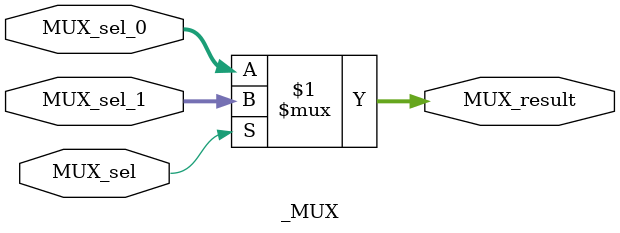
<source format=v>
module _MUX
	(
		input [31:0] MUX_sel_0,
		input [31:0] MUX_sel_1,
		input MUX_sel,
		output [31:0] MUX_result
	);
	
	assign MUX_result = (MUX_sel) ? MUX_sel_1 : MUX_sel_0;
	
endmodule 
</source>
